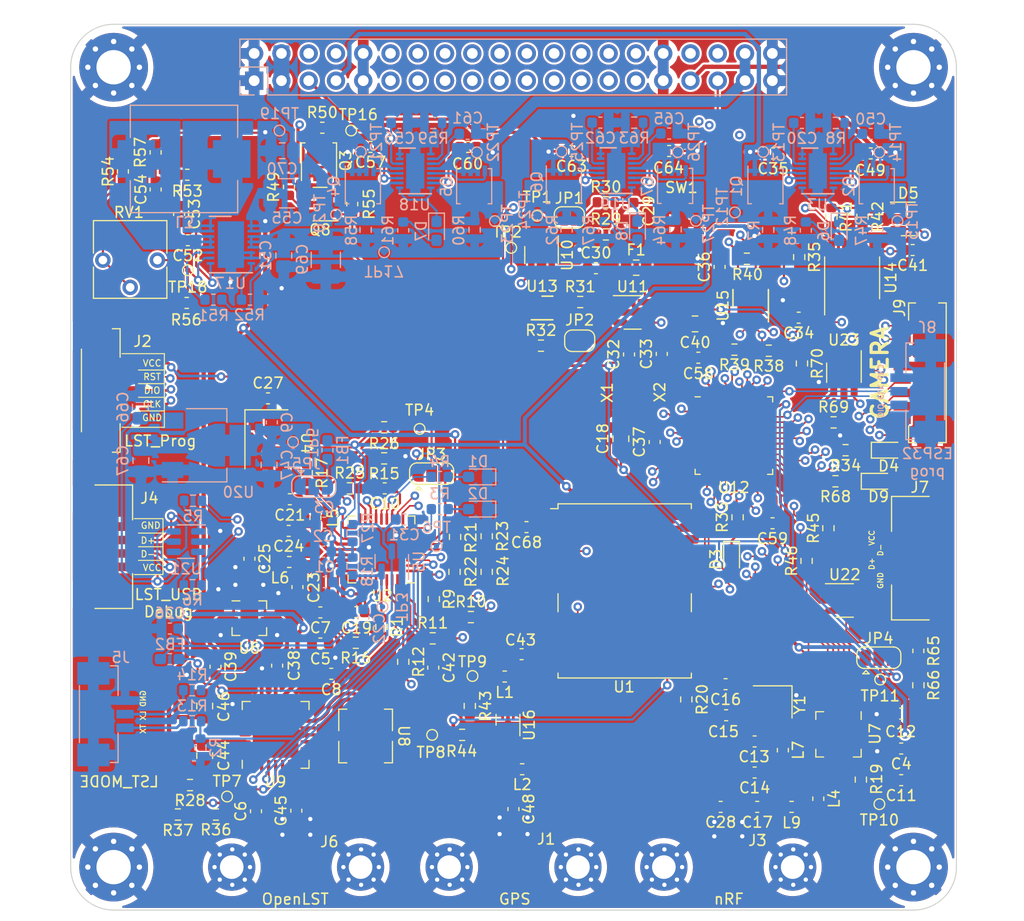
<source format=kicad_pcb>
(kicad_pcb (version 20211014) (generator pcbnew)

  (general
    (thickness 4.69)
  )

  (paper "A4")
  (layers
    (0 "F.Cu" signal)
    (1 "In1.Cu" signal)
    (2 "In2.Cu" signal)
    (31 "B.Cu" signal)
    (32 "B.Adhes" user "B.Adhesive")
    (33 "F.Adhes" user "F.Adhesive")
    (34 "B.Paste" user)
    (35 "F.Paste" user)
    (36 "B.SilkS" user "B.Silkscreen")
    (37 "F.SilkS" user "F.Silkscreen")
    (38 "B.Mask" user)
    (39 "F.Mask" user)
    (40 "Dwgs.User" user "User.Drawings")
    (41 "Cmts.User" user "User.Comments")
    (42 "Eco1.User" user "User.Eco1")
    (43 "Eco2.User" user "User.Eco2")
    (44 "Edge.Cuts" user)
    (45 "Margin" user)
    (46 "B.CrtYd" user "B.Courtyard")
    (47 "F.CrtYd" user "F.Courtyard")
    (48 "B.Fab" user)
    (49 "F.Fab" user)
    (50 "User.1" user)
    (51 "User.2" user)
    (52 "User.3" user)
    (53 "User.4" user)
    (54 "User.5" user)
    (55 "User.6" user)
    (56 "User.7" user)
    (57 "User.8" user)
    (58 "User.9" user)
  )

  (setup
    (stackup
      (layer "F.SilkS" (type "Top Silk Screen"))
      (layer "F.Paste" (type "Top Solder Paste"))
      (layer "F.Mask" (type "Top Solder Mask") (thickness 0.01))
      (layer "F.Cu" (type "copper") (thickness 0.035))
      (layer "dielectric 1" (type "core") (thickness 1.51) (material "FR4") (epsilon_r 4.5) (loss_tangent 0.02))
      (layer "In1.Cu" (type "copper") (thickness 0.035))
      (layer "dielectric 2" (type "prepreg") (thickness 1.51) (material "FR4") (epsilon_r 4.5) (loss_tangent 0.02))
      (layer "In2.Cu" (type "copper") (thickness 0.035))
      (layer "dielectric 3" (type "core") (thickness 1.51) (material "FR4") (epsilon_r 4.5) (loss_tangent 0.02))
      (layer "B.Cu" (type "copper") (thickness 0.035))
      (layer "B.Mask" (type "Bottom Solder Mask") (thickness 0.01))
      (layer "B.Paste" (type "Bottom Solder Paste"))
      (layer "B.SilkS" (type "Bottom Silk Screen"))
      (copper_finish "None")
      (dielectric_constraints no)
    )
    (pad_to_mask_clearance 0)
    (pcbplotparams
      (layerselection 0x00010fc_ffffffff)
      (disableapertmacros false)
      (usegerberextensions false)
      (usegerberattributes true)
      (usegerberadvancedattributes true)
      (creategerberjobfile true)
      (svguseinch false)
      (svgprecision 6)
      (excludeedgelayer true)
      (plotframeref false)
      (viasonmask false)
      (mode 1)
      (useauxorigin false)
      (hpglpennumber 1)
      (hpglpenspeed 20)
      (hpglpendiameter 15.000000)
      (dxfpolygonmode true)
      (dxfimperialunits true)
      (dxfusepcbnewfont true)
      (psnegative false)
      (psa4output false)
      (plotreference true)
      (plotvalue true)
      (plotinvisibletext false)
      (sketchpadsonfab false)
      (subtractmaskfromsilk false)
      (outputformat 1)
      (mirror false)
      (drillshape 1)
      (scaleselection 1)
      (outputdirectory "")
    )
  )

  (net 0 "")
  (net 1 "Net-(C1-Pad1)")
  (net 2 "GND")
  (net 3 "+3V3")
  (net 4 "/OpenLST (Beacon)/PA_VAPC")
  (net 5 "+3V8")
  (net 6 "/OpenLST (Beacon)/VDD_USB_LST")
  (net 7 "Net-(C12-Pad1)")
  (net 8 "Net-(C13-Pad2)")
  (net 9 "Net-(C15-Pad1)")
  (net 10 "Net-(C16-Pad1)")
  (net 11 "Net-(C17-Pad1)")
  (net 12 "Net-(C17-Pad2)")
  (net 13 "/MCU/MCU_POWER")
  (net 14 "Net-(C19-Pad1)")
  (net 15 "/3V3 power share/VCC_EN")
  (net 16 "Net-(C21-Pad2)")
  (net 17 "Net-(C22-Pad1)")
  (net 18 "Net-(C23-Pad2)")
  (net 19 "Net-(C24-Pad1)")
  (net 20 "Net-(C24-Pad2)")
  (net 21 "Net-(C25-Pad2)")
  (net 22 "Net-(C26-Pad1)")
  (net 23 "Net-(C29-Pad1)")
  (net 24 "/3V3 power share/EPS#1")
  (net 25 "Net-(C35-Pad2)")
  (net 26 "Net-(C38-Pad1)")
  (net 27 "Net-(C38-Pad2)")
  (net 28 "Net-(C39-Pad1)")
  (net 29 "Net-(C39-Pad2)")
  (net 30 "/MCU/VREF")
  (net 31 "Net-(C42-Pad1)")
  (net 32 "Net-(C43-Pad1)")
  (net 33 "Net-(C43-Pad2)")
  (net 34 "Net-(C45-Pad1)")
  (net 35 "Net-(C45-Pad2)")
  (net 36 "Net-(C48-Pad1)")
  (net 37 "Net-(C48-Pad2)")
  (net 38 "Net-(C49-Pad1)")
  (net 39 "/3V3 power share/EPS#2")
  (net 40 "Net-(C50-Pad1)")
  (net 41 "VIN")
  (net 42 "Net-(C52-Pad1)")
  (net 43 "Net-(C52-Pad2)")
  (net 44 "Net-(C53-Pad1)")
  (net 45 "Net-(C54-Pad1)")
  (net 46 "/Power Convertor/VBAT1/VCC_EN")
  (net 47 "/Power Convertor/EPS#1_VBAT")
  (net 48 "Net-(C57-Pad2)")
  (net 49 "Net-(C60-Pad1)")
  (net 50 "/Power Convertor/EPS#2_VBAT")
  (net 51 "Net-(C61-Pad1)")
  (net 52 "/5V power share/VCC_EN")
  (net 53 "/5V power share/EPS#1")
  (net 54 "Net-(C63-Pad2)")
  (net 55 "Net-(C64-Pad1)")
  (net 56 "/5V power share/EPS#2")
  (net 57 "Net-(C65-Pad1)")
  (net 58 "/OpenLST (Beacon)/USB_POWER_LST")
  (net 59 "Net-(D1-Pad2)")
  (net 60 "Net-(D2-Pad2)")
  (net 61 "Net-(D3-Pad1)")
  (net 62 "Net-(D4-Pad1)")
  (net 63 "/MCU/CAN_L")
  (net 64 "/MCU/CAN_H")
  (net 65 "Net-(D6-Pad1)")
  (net 66 "Net-(D6-Pad2)")
  (net 67 "Net-(D7-Pad1)")
  (net 68 "Net-(D7-Pad2)")
  (net 69 "Net-(D8-Pad1)")
  (net 70 "Net-(D8-Pad2)")
  (net 71 "Net-(D9-Pad1)")
  (net 72 "Net-(F1-Pad2)")
  (net 73 "Net-(FB1-Pad1)")
  (net 74 "/OpenLST (Beacon)/PROG_DD")
  (net 75 "/OpenLST (Beacon)/PROG_DC")
  (net 76 "/OpenLST (Beacon)/~{LST_RESET}")
  (net 77 "/MCU/USB_POWER")
  (net 78 "/MCU/SWCLK")
  (net 79 "/MCU/SWDIO")
  (net 80 "/MCU/QSPI_D1{slash}CAM_CSN")
  (net 81 "/MCU/QSPI_D2{slash}CAM_MOSI")
  (net 82 "/MCU/QSPI_D3{slash}CAM_MISO")
  (net 83 "/MCU/LED1_QSPI")
  (net 84 "+5V")
  (net 85 "/I2C_SDA")
  (net 86 "/I2C_SCL")
  (net 87 "unconnected-(J12-Pad6)")
  (net 88 "unconnected-(J12-Pad8)")
  (net 89 "unconnected-(J12-Pad11)")
  (net 90 "unconnected-(J12-Pad12)")
  (net 91 "unconnected-(J12-Pad13)")
  (net 92 "unconnected-(J12-Pad14)")
  (net 93 "unconnected-(J12-Pad15)")
  (net 94 "unconnected-(J12-Pad16)")
  (net 95 "unconnected-(J12-Pad17)")
  (net 96 "unconnected-(J12-Pad18)")
  (net 97 "/MCU/RS_485_~{B}")
  (net 98 "/MCU/RS_485_A")
  (net 99 "unconnected-(J12-Pad23)")
  (net 100 "unconnected-(J12-Pad24)")
  (net 101 "/MCU/LED1_CAM")
  (net 102 "/MCU/QSPI_SCK")
  (net 103 "/MCU/QSPI_NCS")
  (net 104 "unconnected-(J12-Pad34)")
  (net 105 "unconnected-(J12-Pad36)")
  (net 106 "Net-(JP1-Pad1)")
  (net 107 "/MCU/NRST")
  (net 108 "Net-(JP2-Pad1)")
  (net 109 "Net-(JP2-Pad2)")
  (net 110 "/OpenLST (Beacon)/RF_EN")
  (net 111 "/OpenLST (Beacon)/RF_EN_MCU")
  (net 112 "/OpenLST (Beacon)/RF_PWR_EN")
  (net 113 "Net-(JP4-Pad3)")
  (net 114 "/MCU/VDD_USB")
  (net 115 "Net-(L3-Pad1)")
  (net 116 "Net-(L3-Pad2)")
  (net 117 "Net-(L4-Pad1)")
  (net 118 "Net-(L4-Pad2)")
  (net 119 "Net-(Q1-Pad5)")
  (net 120 "Net-(Q1-Pad4)")
  (net 121 "Net-(Q2-Pad4)")
  (net 122 "Net-(Q2-Pad5)")
  (net 123 "Net-(Q3-Pad4)")
  (net 124 "Net-(Q3-Pad5)")
  (net 125 "Net-(Q4-Pad5)")
  (net 126 "Net-(Q4-Pad4)")
  (net 127 "Net-(Q5-Pad4)")
  (net 128 "Net-(Q5-Pad5)")
  (net 129 "Net-(Q6-Pad5)")
  (net 130 "Net-(Q6-Pad4)")
  (net 131 "Net-(Q7-Pad4)")
  (net 132 "Net-(Q7-Pad5)")
  (net 133 "/OpenLST (Beacon)/~{LST_RX_MODE}")
  (net 134 "/OpenLST (Beacon)/LST_TX_MODE")
  (net 135 "Net-(R3-Pad2)")
  (net 136 "Net-(R4-Pad2)")
  (net 137 "Net-(R5-Pad1)")
  (net 138 "/OpenLST (Beacon)/USB_N")
  (net 139 "/OpenLST (Beacon)/USB_P")
  (net 140 "Net-(R6-Pad2)")
  (net 141 "Net-(R8-Pad2)")
  (net 142 "Net-(R9-Pad1)")
  (net 143 "/OpenLST (Beacon)/UART0_CTS")
  (net 144 "Net-(R10-Pad1)")
  (net 145 "/OpenLST (Beacon)/UART0_RTS")
  (net 146 "Net-(R11-Pad1)")
  (net 147 "/OpenLST (Beacon)/UART0_RX")
  (net 148 "Net-(R12-Pad1)")
  (net 149 "/OpenLST (Beacon)/UART0_TX")
  (net 150 "Net-(R15-Pad2)")
  (net 151 "Net-(R16-Pad2)")
  (net 152 "Net-(R17-Pad1)")
  (net 153 "Net-(R17-Pad2)")
  (net 154 "Net-(R19-Pad2)")
  (net 155 "/OpenLST (Beacon)/AN0")
  (net 156 "/OpenLST (Beacon)/AN1")
  (net 157 "Net-(R25-Pad2)")
  (net 158 "/OpenLST (Beacon)/RF_BYP")
  (net 159 "Net-(R32-Pad1)")
  (net 160 "/MCU/LED2")
  (net 161 "/MCU/CAN_RS")
  (net 162 "/MCU/RS_485_R_EN")
  (net 163 "/MCU/RS_485_T_EN")
  (net 164 "Net-(R43-Pad2)")
  (net 165 "Net-(R44-Pad1)")
  (net 166 "Net-(R44-Pad2)")
  (net 167 "Net-(R45-Pad1)")
  (net 168 "/MCU/USB_N")
  (net 169 "/MCU/USB_P")
  (net 170 "Net-(R46-Pad2)")
  (net 171 "Net-(R51-Pad2)")
  (net 172 "Net-(R52-Pad1)")
  (net 173 "Net-(R54-Pad2)")
  (net 174 "Net-(R59-Pad2)")
  (net 175 "Net-(R63-Pad2)")
  (net 176 "unconnected-(U1-Pad1)")
  (net 177 "unconnected-(U1-Pad3)")
  (net 178 "/GPS Module/IRQ")
  (net 179 "unconnected-(U1-Pad5)")
  (net 180 "unconnected-(U1-Pad6)")
  (net 181 "/GPS Module/RESET")
  (net 182 "unconnected-(U1-Pad15)")
  (net 183 "unconnected-(U1-Pad16)")
  (net 184 "unconnected-(U1-Pad17)")
  (net 185 "/GPS Module/TXD")
  (net 186 "/GPS Module/RXD")
  (net 187 "unconnected-(U2-Pad8)")
  (net 188 "unconnected-(U2-Pad18)")
  (net 189 "unconnected-(U2-Pad20)")
  (net 190 "/MCU/NRF_CE")
  (net 191 "/MCU/NRF_SPI_CSN")
  (net 192 "/MCU/NRF_SPI_SCK")
  (net 193 "/MCU/NRF_SPI_MOSI")
  (net 194 "/MCU/NRF_SPI_MISO")
  (net 195 "/MCU/NRF_IRQ")
  (net 196 "Net-(U8-Pad2)")
  (net 197 "Net-(U8-Pad6)")
  (net 198 "unconnected-(U9-Pad14)")
  (net 199 "unconnected-(U9-Pad16)")
  (net 200 "unconnected-(U9-Pad25)")
  (net 201 "unconnected-(U10-Pad3)")
  (net 202 "/MCU/WDG_RESET")
  (net 203 "unconnected-(U11-Pad3)")
  (net 204 "unconnected-(U12-Pad1)")
  (net 205 "/MCU/LSE")
  (net 206 "/MCU/HSE")
  (net 207 "/MCU/CAN_RX")
  (net 208 "/MCU/CAN_TX")
  (net 209 "unconnected-(U13-Pad3)")
  (net 210 "/MCU/RS_485_R")
  (net 211 "/MCU/RS_485_T")
  (net 212 "unconnected-(U15-Pad7)")
  (net 213 "unconnected-(X1-Pad1)")
  (net 214 "unconnected-(U6-Pad4)")
  (net 215 "/camera/CAM_VCC")
  (net 216 "Net-(R70-Pad1)")
  (net 217 "Net-(J4-Pad2)")
  (net 218 "Net-(J4-Pad3)")
  (net 219 "Net-(J5-Pad1)")
  (net 220 "Net-(J5-Pad2)")
  (net 221 "Net-(U22-Pad4)")
  (net 222 "Net-(U22-Pad6)")

  (footprint "Capacitor_SMD:C_0805_2012Metric_Pad1.18x1.45mm_HandSolder" (layer "F.Cu") (at 143.1544 71.9044))

  (footprint "TCY_Buttons:KMT031NGJLHS" (layer "F.Cu") (at 141.8844 61.5881))

  (footprint "Resistor_SMD:R_0603_1608Metric" (layer "F.Cu") (at 98.5276 117.602))

  (footprint "Resistor_SMD:R_0603_1608Metric" (layer "F.Cu") (at 158.75 61.9252 -90))

  (footprint "Package_DFN_QFN:QFN-20-1EP_4x4mm_P0.5mm_EP2.5x2.5mm" (layer "F.Cu") (at 156.5148 110.1344 -90))

  (footprint "MountingHole:MountingHole_3.2mm_M3_Pad_Via" (layer "F.Cu") (at 163.5 122.5))

  (footprint "Resistor_SMD:R_0603_1608Metric" (layer "F.Cu") (at 120.8024 91.7448 90))

  (footprint "Capacitor_SMD:C_0603_1608Metric" (layer "F.Cu") (at 98.4905 103.8352 -90))

  (footprint "Resistor_SMD:R_0603_1608Metric" (layer "F.Cu") (at 147.9804 65.8368 180))

  (footprint "Inductor_SMD:L_0603_1608Metric" (layer "F.Cu") (at 107.7976 89.9668 -90))

  (footprint "Resistor_SMD:R_0603_1608Metric" (layer "F.Cu") (at 121.4628 110.1852))

  (footprint "MountingHole:MountingHole_3.2mm_M3_Pad_Via" (layer "F.Cu") (at 89 48))

  (footprint "Package_TO_SOT_SMD:SOT-23-6" (layer "F.Cu") (at 157.099 97.663))

  (footprint "Capacitor_SMD:C_0603_1608Metric" (layer "F.Cu") (at 105.41 88.2396))

  (footprint "TCY_Connector:Amphenol 10114830-11104LF 1x04 Vertical" (layer "F.Cu") (at 88.265 92.6592 -90))

  (footprint "Capacitor_SMD:C_0603_1608Metric" (layer "F.Cu") (at 127.4572 90.8304 180))

  (footprint "Capacitor_SMD:C_0603_1608Metric" (layer "F.Cu") (at 152.8064 71.3232 180))

  (footprint "Resistor_SMD:R_0603_1608Metric" (layer "F.Cu") (at 153.1112 75.5904 -90))

  (footprint "Capacitor_SMD:C_0603_1608Metric" (layer "F.Cu") (at 114.2492 87.2236 180))

  (footprint "Inductor_SMD:L_0603_1608Metric" (layer "F.Cu") (at 127.0508 113.3856))

  (footprint "RF_GPS:ublox_NEO" (layer "F.Cu") (at 136.6012 96.774))

  (footprint "Package_TO_SOT_SMD:SOT-23-6_Handsoldering" (layer "F.Cu") (at 157.0228 76.454 -90))

  (footprint "Capacitor_SMD:C_0603_1608Metric" (layer "F.Cu") (at 108.2548 98.7792 180))

  (footprint "Inductor_SMD:L_0603_1608Metric" (layer "F.Cu") (at 105.3344 59.1454 90))

  (footprint "Resistor_SMD:R_0603_1608Metric" (layer "F.Cu") (at 158.5976 114.3508 90))

  (footprint "Jumper:SolderJumper-2_P1.3mm_Open_RoundedPad1.0x1.5mm" (layer "F.Cu") (at 132.4108 73.4753 180))

  (footprint "Capacitor_SMD:C_0603_1608Metric" (layer "F.Cu") (at 118.7704 103.9238 90))

  (footprint "Jumper:SolderJumper-2_P1.3mm_Open_RoundedPad1.0x1.5mm" (layer "F.Cu") (at 131.4456 61.9945))

  (footprint "Inductor_SMD:L_0603_1608Metric" (layer "F.Cu") (at 95.8596 58.0136))

  (footprint "Capacitor_SMD:C_0603_1608Metric" (layer "F.Cu") (at 133.9218 66.7189))

  (footprint "Capacitor_SMD:C_0603_1608Metric" (layer "F.Cu") (at 127 102.6668 180))

  (footprint "Jumper:SolderJumper-3_P1.3mm_Open_RoundedPad1.0x1.5mm" (layer "F.Cu") (at 160.274 102.997))

  (footprint "Capacitor_SMD:C_0603_1608Metric" (layer "F.Cu") (at 148.7046 113.6904))

  (footprint "MountingHole:MountingHole_3.2mm_M3_Pad_Via" (layer "F.Cu") (at 163.5 48))

  (footprint "Resistor_SMD:R_0603_1608Metric" (layer "F.Cu") (at 111.5568 101.6 180))

  (footprint "Resistor_SMD:R_0603_1608Metric" (layer "F.Cu") (at 118.8212 97.536 -90))

  (footprint "Resistor_SMD:R_0603_1608Metric" (layer "F.Cu") (at 134.8492 60.5721))

  (footprint "Resistor_SMD:R_0603_1608Metric" (layer "F.Cu") (at 157.1752 83.6676 180))

  (footprint "Capacitor_SMD:C_0603_1608Metric" (layer "F.Cu") (at 122.0216 55.4228))

  (footprint "TCY_Connector:TestPoint_Pad_D0.5mm" (layer "F.Cu") (at 122.428 104.6988))

  (footprint "Resistor_SMD:R_0603_1608Metric" (layer "F.Cu") (at 123.7488 94.996 90))

  (footprint "Resistor_SMD:R_0603_1608Metric" (layer "F.Cu") (at 115.9764 103.378 -90))

  (footprint "Capacitor_SMD:C_0603_1608Metric" (layer "F.Cu") (at 139.3952 82.9056 90))

  (footprint "Resistor_SMD:R_0603_1608Metric" (layer "F.Cu") (at 155.575 90.932 90))

  (footprint "Resistor_SMD:R_0603_1608Metric" (layer "F.Cu") (at 110.998 87.2236))

  (footprint "Resistor_SMD:R_0603_1608Metric" (layer "F.Cu") (at 113.9444 100.1268 90))

  (footprint "footprints:iPEX" (layer "F.Cu") (at 146.25 122.5 180))

  (footprint "Capacitor_SMD:C_0603_1608Metric" (layer "F.Cu") (at 145.542 116.8908 180))

  (footprint "TCY_Connector:TestPoint_Pad_D0.5mm" (layer "F.Cu") (at 160.401 105.029))

  (footprint "Capacitor_SMD:C_0603_1608Metric" (layer "F.Cu") (at 162.3568 114.4016 180))

  (footprint "Capacitor_SMD:C_0603_1608Metric" (layer "F.Cu") (at 112.9284 55.4228))

  (footprint "Inductor_SMD:L_0603_1608Metric" (layer "F.Cu") (at 151.3332 111.6076 -90))

  (footprint "Capacitor_SMD:C_0603_1608Metric" (layer "F.Cu") (at 137.414 61.3849 -90))

  (footprint "Capacitor_SMD:C_0603_1608Metric" (layer "F.Cu") (at 159.517223 56.0263))

  (footprint "Resistor_SMD:R_0603_1608Metric" (layer "F.Cu") (at 142.3416 106.8832 90))

  (footprint "Resistor_SMD:R_0603_1608Metric" (layer "F.Cu") (at 120.7516 94.996 90))

  (footprint "Resistor_SMD:R_0603_1608Metric" (layer "F.Cu")
    (tedit 5F68FEEE) (tstamp 5d24036a-1517-4d1c-973a-f38dbff31a5e)
    (at 163.957 105.5624 -90)
    (descr "Resistor SMD 0603 (1608 Metric), square (rectangular) end terminal, IPC_7351 nominal, (Body size source: IPC-SM-782 page 72, https://www.pcb-3d.com/wordpress/wp-content/uploads/ipc-sm-782a_amendment_1_and_2.pdf), generated with kicad-footprint-generator")
    (tags "resistor")
    (property "Sheetfile" "mcu_comm.kicad_sch")
    (property "Sheetname" "MCU")
    (path "/81a5172c-b171-400d-8856-41d6e486bdd1/8aa526ba-2d51-4dc7-91b1-4600cefb5703")
    (attr smd)
    (fp_text reference "R66" (at 0 -1.43 90) (layer "F.SilkS")
... [3644441 chars truncated]
</source>
